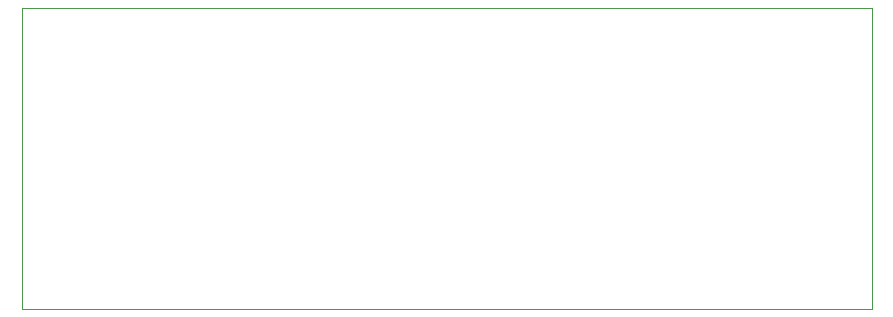
<source format=gbr>
%TF.GenerationSoftware,KiCad,Pcbnew,8.0.5*%
%TF.CreationDate,2024-10-18T11:15:47+01:00*%
%TF.ProjectId,LEXI-R422-Rev 3,4c455849-2d52-4343-9232-2d5265762033,rev?*%
%TF.SameCoordinates,Original*%
%TF.FileFunction,Profile,NP*%
%FSLAX46Y46*%
G04 Gerber Fmt 4.6, Leading zero omitted, Abs format (unit mm)*
G04 Created by KiCad (PCBNEW 8.0.5) date 2024-10-18 11:15:47*
%MOMM*%
%LPD*%
G01*
G04 APERTURE LIST*
%TA.AperFunction,Profile*%
%ADD10C,0.050000*%
%TD*%
G04 APERTURE END LIST*
D10*
X75000000Y-3000000D02*
X3000000Y-3000000D01*
X3000000Y22500000D02*
X3000000Y-3000000D01*
X75000000Y-3000000D02*
X75000000Y22500000D01*
X75000000Y22500000D02*
X3000000Y22500000D01*
M02*

</source>
